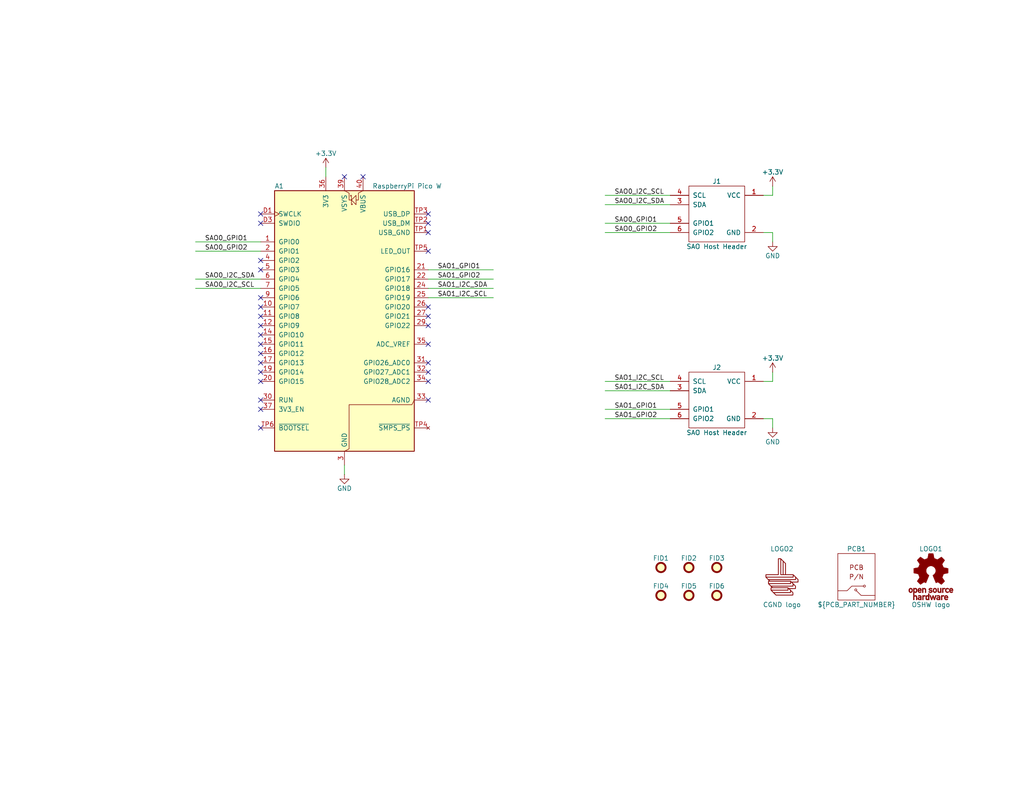
<source format=kicad_sch>
(kicad_sch (version 20231120) (generator "eeschema") (generator_version "8.0")
  (paper "A")
  (title_block (title "RPi Pico SAO Host v1") (date "2024-10-14") (rev "1") (company "Common Ground Electronics") (comment 3 "SPDX-License-Identifier: ${SPDX_LICENSE_ID}") (comment 4 "SPDX-FileCopyrightText: © ${COPYRIGHT_HOLDER} <${COPYRIGHT_HOLDER_CONTACT}>"))
  (lib_symbols
    (symbol "rpi-pico-sao-host:+3.3V" (power) (pin_numbers hide) (pin_names (offset 0) hide)
      (property "Value" "+3.3V" (at 0 3.81 0))
      (symbol "+3.3V_1_1"
        (pin power_in line (at 0 0 90) (length 0) (name "~") (number "1"))
      )
    )
    (symbol "rpi-pico-sao-host:Connector_Header_2x03_P2.54mm_Vertical_SAO_Host_v2" (pin_names (offset 1.016))
      (property "Reference" "J" (at 0 8.89 0))
      (property "Value" "SAO Host Header" (at 0 -8.89 0))
      (symbol "Connector_Header_2x03_P2.54mm_Vertical_SAO_Host_v2_1_1"
        (pin power_in line (at 12.7 5.08 180) (length 5.08) (name "VCC") (number "1"))
        (pin power_in line (at 12.7 -5.08 180) (length 5.08) (name "GND") (number "2"))
        (pin bidirectional line (at -12.7 2.54 0) (length 5.08) (name "SDA") (number "3"))
        (pin bidirectional line (at -12.7 5.08 0) (length 5.08) (name "SCL") (number "4"))
        (pin bidirectional line (at -12.7 -2.54 0) (length 5.08) (name "GPIO1") (number "5"))
        (pin bidirectional line (at -12.7 -5.08 0) (length 5.08) (name "GPIO2") (number "6"))
      )
    )
    (symbol "rpi-pico-sao-host:Fiducial_c50m100k100" (pin_names (offset 0)) (in_bom no)
      (property "Reference" "FID" (at 0 2.54 0))
    )
    (symbol "rpi-pico-sao-host:GND" (power) (pin_numbers hide) (pin_names (offset 0) hide)
      (property "Value" "GND" (at 0 -3.81 0))
      (symbol "GND_1_1"
        (pin power_in line (at 0 0 270) (length 0) (name "~") (number "1"))
      )
    )
    (symbol "rpi-pico-sao-host:Logo_CGND_outline_silkscreen_10x10mm" (pin_names (offset 1.016)) (in_bom no)
      (property "Reference" "LOGO" (at 0 7.62 0))
      (property "Value" "CGND logo" (at 0 -7.62 0))
    )
    (symbol "rpi-pico-sao-host:Logo_OSHW_5.7x6mm" (pin_names (offset 1.016)) (in_bom no)
      (property "Reference" "LOGO" (at 0 7.62 0))
      (property "Value" "OSHW logo" (at 0 -7.62 0))
    )
    (symbol "rpi-pico-sao-host:PCA_RaspberryPi_Pico_W" (pin_names (offset 1.016))
      (property "Reference" "A" (at -19.05 38.1 0))
      (property "Value" "RaspberryPi Pico W" (at 7.62 38.1 0))
      (symbol "PCA_RaspberryPi_Pico_W_1_1"
        (pin bidirectional line (at -22.86 22.86 0) (length 3.81) (name "GPIO0") (number "1"))
        (pin bidirectional line (at -22.86 5.08 0) (length 3.81) (name "GPIO7") (number "10"))
        (pin bidirectional line (at -22.86 2.54 0) (length 3.81) (name "GPIO8") (number "11"))
        (pin bidirectional line (at -22.86 0 0) (length 3.81) (name "GPIO9") (number "12"))
        (pin passive line (at 0 -38.1 90) (length 3.81) hide (name "GND") (number "13"))
        (pin bidirectional line (at -22.86 -2.54 0) (length 3.81) (name "GPIO10") (number "14"))
        (pin bidirectional line (at -22.86 -5.08 0) (length 3.81) (name "GPIO11") (number "15"))
        (pin bidirectional line (at -22.86 -7.62 0) (length 3.81) (name "GPIO12") (number "16"))
        (pin bidirectional line (at -22.86 -10.16 0) (length 3.81) (name "GPIO13") (number "17"))
        (pin passive line (at 0 -38.1 90) (length 3.81) hide (name "GND") (number "18"))
        (pin bidirectional line (at -22.86 -12.7 0) (length 3.81) (name "GPIO14") (number "19"))
        (pin bidirectional line (at -22.86 20.32 0) (length 3.81) (name "GPIO1") (number "2"))
        (pin bidirectional line (at -22.86 -15.24 0) (length 3.81) (name "GPIO15") (number "20"))
        (pin bidirectional line (at 22.86 15.24 180) (length 3.81) (name "GPIO16") (number "21"))
        (pin bidirectional line (at 22.86 12.7 180) (length 3.81) (name "GPIO17") (number "22"))
        (pin passive line (at 0 -38.1 90) (length 3.81) hide (name "GND") (number "23"))
        (pin bidirectional line (at 22.86 10.16 180) (length 3.81) (name "GPIO18") (number "24"))
        (pin bidirectional line (at 22.86 7.62 180) (length 3.81) (name "GPIO19") (number "25"))
        (pin bidirectional line (at 22.86 5.08 180) (length 3.81) (name "GPIO20") (number "26"))
        (pin bidirectional line (at 22.86 2.54 180) (length 3.81) (name "GPIO21") (number "27"))
        (pin passive line (at 0 -38.1 90) (length 3.81) hide (name "GND") (number "28"))
        (pin bidirectional line (at 22.86 0 180) (length 3.81) (name "GPIO22") (number "29"))
        (pin power_out line (at 0 -38.1 90) (length 3.81) (name "GND") (number "3"))
        (pin input line (at -22.86 -20.32 0) (length 3.81) (name "RUN") (number "30"))
        (pin bidirectional line (at 22.86 -10.16 180) (length 3.81) (name "GPIO26_ADC0") (number "31"))
        (pin bidirectional line (at 22.86 -12.7 180) (length 3.81) (name "GPIO27_ADC1") (number "32"))
        (pin power_out line (at 22.86 -20.32 180) (length 3.81) (name "AGND") (number "33"))
        (pin bidirectional line (at 22.86 -15.24 180) (length 3.81) (name "GPIO28_ADC2") (number "34"))
        (pin power_in line (at 22.86 -5.08 180) (length 3.81) (name "ADC_VREF") (number "35"))
        (pin power_out line (at -5.08 40.64 270) (length 3.81) (name "3V3") (number "36"))
        (pin input line (at -22.86 -22.86 0) (length 3.81) (name "3V3_EN") (number "37"))
        (pin passive line (at 0 -38.1 90) (length 3.81) hide (name "GND") (number "38"))
        (pin power_in line (at 0 40.64 270) (length 3.81) (name "VSYS") (number "39"))
        (pin bidirectional line (at -22.86 17.78 0) (length 3.81) (name "GPIO2") (number "4"))
        (pin power_out line (at 5.08 40.64 270) (length 3.81) (name "VBUS") (number "40"))
        (pin bidirectional line (at -22.86 15.24 0) (length 3.81) (name "GPIO3") (number "5"))
        (pin bidirectional line (at -22.86 12.7 0) (length 3.81) (name "GPIO4") (number "6"))
        (pin bidirectional line (at -22.86 10.16 0) (length 3.81) (name "GPIO5") (number "7"))
        (pin passive line (at 0 -38.1 90) (length 3.81) hide (name "GND") (number "8"))
        (pin bidirectional line (at -22.86 7.62 0) (length 3.81) (name "GPIO6") (number "9"))
        (pin input clock (at -22.86 30.48 0) (length 3.81) (name "SWCLK") (number "D1"))
        (pin passive line (at 0 -38.1 90) (length 3.81) hide (name "GND") (number "D2"))
        (pin bidirectional line (at -22.86 27.94 0) (length 3.81) (name "SWDIO") (number "D3"))
        (pin power_out line (at 22.86 25.4 180) (length 3.81) (name "USB_GND") (number "TP1"))
        (pin bidirectional line (at 22.86 27.94 180) (length 3.81) (name "USB_DM") (number "TP2"))
        (pin bidirectional line (at 22.86 30.48 180) (length 3.81) (name "USB_DP") (number "TP3"))
        (pin no_connect line (at 22.86 -27.94 180) (length 3.81) (name "~{SMPS_PS}") (number "TP4"))
        (pin output line (at 22.86 20.32 180) (length 3.81) (name "LED_OUT") (number "TP5"))
        (pin input line (at -22.86 -27.94 0) (length 3.81) (name "~{BOOTSEL}") (number "TP6"))
      )
    )
    (symbol "rpi-pico-sao-host:Part_Number_PCB" (pin_names (offset 1.016)) (on_board no)
      (property "Reference" "PCB" (at 0 7.62 0))
      (property "Value" "${PCB_PART_NUMBER}" (at 0 -7.62 0))
      (symbol "Part_Number_PCB_1_1"
        (text "P/N" (at 0 0 0) (effects (font (size 1.27 1.27))))
        (text "PCB" (at 0 2.54 0) (effects (font (size 1.27 1.27))))
      )
    )
  )
  (no_connect (at 71.12 60.96))
  (no_connect (at 116.84 68.58))
  (no_connect (at 116.84 63.5))
  (no_connect (at 71.12 58.42))
  (no_connect (at 71.12 116.84))
  (no_connect (at 99.06 48.26))
  (no_connect (at 71.12 71.12))
  (no_connect (at 116.84 104.14))
  (no_connect (at 116.84 109.22))
  (no_connect (at 116.84 99.06))
  (no_connect (at 71.12 109.22))
  (no_connect (at 71.12 73.66))
  (no_connect (at 71.12 101.6))
  (no_connect (at 71.12 104.14))
  (no_connect (at 116.84 101.6))
  (no_connect (at 71.12 86.36))
  (no_connect (at 71.12 96.52))
  (no_connect (at 116.84 60.96))
  (no_connect (at 71.12 91.44))
  (no_connect (at 116.84 86.36))
  (no_connect (at 71.12 88.9))
  (no_connect (at 71.12 111.76))
  (no_connect (at 71.12 99.06))
  (no_connect (at 71.12 93.98))
  (no_connect (at 71.12 83.82))
  (no_connect (at 93.98 48.26))
  (no_connect (at 116.84 93.98))
  (no_connect (at 116.84 83.82))
  (no_connect (at 71.12 81.28))
  (no_connect (at 116.84 88.9))
  (no_connect (at 116.84 58.42))
  (wire (pts (xy 165.1 106.68) (xy 182.88 106.68)))
  (wire (pts (xy 53.34 68.58) (xy 71.12 68.58)))
  (wire (pts (xy 165.1 114.3) (xy 182.88 114.3)))
  (wire (pts (xy 208.28 114.3) (xy 210.82 114.3)))
  (wire (pts (xy 208.28 63.5) (xy 210.82 63.5)))
  (wire (pts (xy 53.34 78.74) (xy 71.12 78.74)))
  (wire (pts (xy 165.1 104.14) (xy 182.88 104.14)))
  (wire (pts (xy 210.82 104.14) (xy 210.82 101.6)))
  (wire (pts (xy 116.84 76.2) (xy 134.62 76.2)))
  (wire (pts (xy 93.98 127) (xy 93.98 129.54)))
  (wire (pts (xy 165.1 55.88) (xy 182.88 55.88)))
  (wire (pts (xy 210.82 53.34) (xy 210.82 50.8)))
  (wire (pts (xy 116.84 73.66) (xy 134.62 73.66)))
  (wire (pts (xy 165.1 63.5) (xy 182.88 63.5)))
  (wire (pts (xy 210.82 63.5) (xy 210.82 66.04)))
  (wire (pts (xy 210.82 114.3) (xy 210.82 116.84)))
  (wire (pts (xy 116.84 81.28) (xy 134.62 81.28)))
  (wire (pts (xy 165.1 60.96) (xy 182.88 60.96)))
  (wire (pts (xy 208.28 104.14) (xy 210.82 104.14)))
  (wire (pts (xy 165.1 53.34) (xy 182.88 53.34)))
  (wire (pts (xy 53.34 66.04) (xy 71.12 66.04)))
  (wire (pts (xy 208.28 53.34) (xy 210.82 53.34)))
  (wire (pts (xy 116.84 78.74) (xy 134.62 78.74)))
  (wire (pts (xy 165.1 111.76) (xy 182.88 111.76)))
  (wire (pts (xy 53.34 76.2) (xy 71.12 76.2)))
  (wire (pts (xy 88.9 45.72) (xy 88.9 48.26)))
  (label "SAO1_GPIO2" (at 167.64 114.3 0))
  (label "SAO1_I2C_SDA" (at 167.64 106.68 0))
  (label "SAO0_I2C_SDA" (at 55.88 76.2 0))
  (label "SAO0_GPIO2" (at 167.64 63.5 0))
  (label "SAO1_I2C_SDA" (at 119.38 78.74 0))
  (label "SAO1_GPIO1" (at 119.38 73.66 0))
  (label "SAO0_I2C_SCL" (at 167.64 53.34 0))
  (label "SAO1_GPIO2" (at 119.38 76.2 0))
  (label "SAO1_GPIO1" (at 167.64 111.76 0))
  (label "SAO1_I2C_SCL" (at 167.64 104.14 0))
  (label "SAO0_I2C_SCL" (at 55.88 78.74 0))
  (label "SAO0_GPIO1" (at 167.64 60.96 0))
  (label "SAO1_I2C_SCL" (at 119.38 81.28 0))
  (label "SAO0_GPIO1" (at 55.88 66.04 0))
  (label "SAO0_I2C_SDA" (at 167.64 55.88 0))
  (label "SAO0_GPIO2" (at 55.88 68.58 0))
  (symbol (lib_id "rpi-pico-sao-host:Fiducial_c50m100k100") (at 195.58 162.56 0) (unit 1) (in_bom no)
    (property "Reference" "FID6" (at 195.58 160.02 0))
    (property "Value" "Fiducial" (effects (hide yes)))
    (property "Footprint" "rpi-pico-sao-host:FIDC50M100K100L" (effects (hide yes)))
    (property "Description" "Circular Fiducial, 0.5 mm bare copper, 1 mm soldermask opening (Level C)" (effects (hide yes)))
  )
  (symbol (lib_id "rpi-pico-sao-host:Logo_CGND_outline_silkscreen_10x10mm") (at 213.36 157.48 0) (unit 1) (in_bom no)
    (property "Reference" "LOGO2" (at 213.36 149.86 0))
    (property "Value" "CGND logo" (at 213.36 165.1 0))
    (property "Footprint" "rpi-pico-sao-host:LOGO_CGND_OUTLINE_1000X1000_SILKSCREEN" (effects (hide yes)))
    (property "Description" "CGND logo, outline, silkscreen, 10x10 mm" (effects (hide yes)))
  )
  (symbol (lib_id "rpi-pico-sao-host:GND") (at 210.82 66.04 0) (unit 1)
    (property "Reference" "#PWR05" (effects (hide yes)))
    (property "Value" "GND" (at 210.82 69.85 0))
    (property "Description" "Power symbol creates a global label with name \"GND\" , ground" (effects (hide yes)))
  )
  (symbol (lib_id "rpi-pico-sao-host:+3.3V") (at 210.82 50.8 0) (unit 1)
    (property "Reference" "#PWR03" (effects (hide yes)))
    (property "Value" "+3.3V" (at 210.82 46.99 0))
    (property "Description" "Power symbol creates a global label with name \"+3.3V\"" (effects (hide yes)))
  )
  (symbol (lib_id "rpi-pico-sao-host:GND") (at 210.82 116.84 0) (unit 1)
    (property "Reference" "#PWR06" (effects (hide yes)))
    (property "Value" "GND" (at 210.82 120.65 0))
    (property "Description" "Power symbol creates a global label with name \"GND\" , ground" (effects (hide yes)))
  )
  (symbol (lib_id "rpi-pico-sao-host:Fiducial_c50m100k100") (at 180.34 154.94 0) (unit 1) (in_bom no)
    (property "Reference" "FID1" (at 180.34 152.4 0))
    (property "Value" "Fiducial" (effects (hide yes)))
    (property "Footprint" "rpi-pico-sao-host:FIDC50M100K100L" (effects (hide yes)))
    (property "Description" "Circular Fiducial, 0.5 mm bare copper, 1 mm soldermask opening (Level C)" (effects (hide yes)))
  )
  (symbol (lib_id "rpi-pico-sao-host:Fiducial_c50m100k100") (at 195.58 154.94 0) (unit 1) (in_bom no)
    (property "Reference" "FID3" (at 195.58 152.4 0))
    (property "Value" "Fiducial" (effects (hide yes)))
    (property "Footprint" "rpi-pico-sao-host:FIDC50M100K100L" (effects (hide yes)))
    (property "Description" "Circular Fiducial, 0.5 mm bare copper, 1 mm soldermask opening (Level C)" (effects (hide yes)))
  )
  (symbol (lib_id "rpi-pico-sao-host:+3.3V") (at 88.9 45.72 0) (unit 1)
    (property "Reference" "#PWR01" (effects (hide yes)))
    (property "Value" "+3.3V" (at 88.9 41.91 0))
    (property "Description" "Power symbol creates a global label with name \"+3.3V\"" (effects (hide yes)))
  )
  (symbol (lib_id "rpi-pico-sao-host:Fiducial_c50m100k100") (at 187.96 154.94 0) (unit 1) (in_bom no)
    (property "Reference" "FID2" (at 187.96 152.4 0))
    (property "Value" "Fiducial" (effects (hide yes)))
    (property "Footprint" "rpi-pico-sao-host:FIDC50M100K100L" (effects (hide yes)))
    (property "Description" "Circular Fiducial, 0.5 mm bare copper, 1 mm soldermask opening (Level C)" (effects (hide yes)))
  )
  (symbol (lib_id "rpi-pico-sao-host:Logo_OSHW_5.7x6mm") (at 254 157.48 0) (unit 1) (in_bom no)
    (property "Reference" "LOGO1" (at 254 149.86 0))
    (property "Value" "OSHW logo" (at 254 165.1 0))
    (property "Footprint" "rpi-pico-sao-host:LOGO_OSHW_570X600_SILKSCREEN" (effects (hide yes)))
    (property "Description" "Open Source Hardware logo, silkscreen, 5.7x6 mm" (effects (hide yes)))
  )
  (symbol (lib_id "rpi-pico-sao-host:PCA_RaspberryPi_Pico_W") (at 93.98 88.9 0) (unit 1)
    (property "Reference" "A1" (at 74.93 50.8 0) (effects (justify left)))
    (property "Value" "RaspberryPi Pico W" (at 101.6 50.8 0) (effects (justify left)))
    (property "Footprint" "rpi-pico-sao-host:RASPBERRY_PI_PICO_W" (effects (hide yes)))
    (property "Datasheet" "https://datasheets.raspberrypi.com/picow/pico-w-datasheet.pdf" (effects (hide yes)))
    (property "Description" "RASPBERRY PI PICO W RP2040" (effects (hide yes)))
    (property "Manufacturer" "Raspberry Pi" (effects (hide yes)))
    (property "Manufacturer Part Number" "SC0918" (effects (hide yes)))
  )
  (symbol (lib_id "rpi-pico-sao-host:Fiducial_c50m100k100") (at 180.34 162.56 0) (unit 1) (in_bom no)
    (property "Reference" "FID4" (at 180.34 160.02 0))
    (property "Value" "Fiducial" (effects (hide yes)))
    (property "Footprint" "rpi-pico-sao-host:FIDC50M100K100L" (effects (hide yes)))
    (property "Description" "Circular Fiducial, 0.5 mm bare copper, 1 mm soldermask opening (Level C)" (effects (hide yes)))
  )
  (symbol (lib_id "rpi-pico-sao-host:Fiducial_c50m100k100") (at 187.96 162.56 0) (unit 1) (in_bom no)
    (property "Reference" "FID5" (at 187.96 160.02 0))
    (property "Value" "Fiducial" (effects (hide yes)))
    (property "Footprint" "rpi-pico-sao-host:FIDC50M100K100L" (effects (hide yes)))
    (property "Description" "Circular Fiducial, 0.5 mm bare copper, 1 mm soldermask opening (Level C)" (effects (hide yes)))
  )
  (symbol (lib_id "rpi-pico-sao-host:Connector_Header_2x03_P2.54mm_Vertical_SAO_Host_v2") (at 195.58 58.42 0) (unit 1)
    (property "Reference" "J1" (at 195.58 49.53 0))
    (property "Value" "SAO Host Header" (at 195.58 67.31 0))
    (property "Footprint" "rpi-pico-sao-host:SULLINS_SFH11-NBPC-D03-ST-BK_SAO_V2" (effects (hide yes)))
    (property "Datasheet" "https://hackaday.io/project/175182-simple-add-ons-sao" (effects (hide yes)))
    (property "Description" "Simple Add-on (SAO) Host Connector" (effects (hide yes)))
    (property "Manufacturer" "Sullins Connector Solutions" (effects (hide yes)))
    (property "Manufacturer Part Number" "SFH11-NBPC-D03-ST-BK" (effects (hide yes)))
  )
  (symbol (lib_id "rpi-pico-sao-host:+3.3V") (at 210.82 101.6 0) (unit 1)
    (property "Reference" "#PWR04" (effects (hide yes)))
    (property "Value" "+3.3V" (at 210.82 97.79 0))
    (property "Description" "Power symbol creates a global label with name \"+3.3V\"" (effects (hide yes)))
  )
  (symbol (lib_id "rpi-pico-sao-host:GND") (at 93.98 129.54 0) (unit 1)
    (property "Reference" "#PWR02" (effects (hide yes)))
    (property "Value" "GND" (at 93.98 133.35 0))
    (property "Description" "Power symbol creates a global label with name \"GND\" , ground" (effects (hide yes)))
  )
  (symbol (lib_id "rpi-pico-sao-host:Part_Number_PCB") (at 233.68 157.48 0) (unit 1) (on_board no)
    (property "Reference" "PCB1" (at 233.68 149.86 0))
    (property "Value" "${PCB_PART_NUMBER}" (at 233.68 165.1 0))
    (property "Description" "PCB Part Number" (effects (hide yes)))
    (property "Manufacturer" "${COMPANY}" (effects (hide yes)))
    (property "Manufacturer Part Number" "${PCB_PART_NUMBER}" (effects (hide yes)))
  )
  (symbol (lib_id "rpi-pico-sao-host:Connector_Header_2x03_P2.54mm_Vertical_SAO_Host_v2") (at 195.58 109.22 0) (unit 1)
    (property "Reference" "J2" (at 195.58 100.33 0))
    (property "Value" "SAO Host Header" (at 195.58 118.11 0))
    (property "Footprint" "rpi-pico-sao-host:SULLINS_SFH11-NBPC-D03-ST-BK_SAO_V2" (effects (hide yes)))
    (property "Datasheet" "https://hackaday.io/project/175182-simple-add-ons-sao" (effects (hide yes)))
    (property "Description" "Simple Add-on (SAO) Host Connector" (effects (hide yes)))
    (property "Manufacturer" "Sullins Connector Solutions" (effects (hide yes)))
    (property "Manufacturer Part Number" "SFH11-NBPC-D03-ST-BK" (effects (hide yes)))
  )
)
</source>
